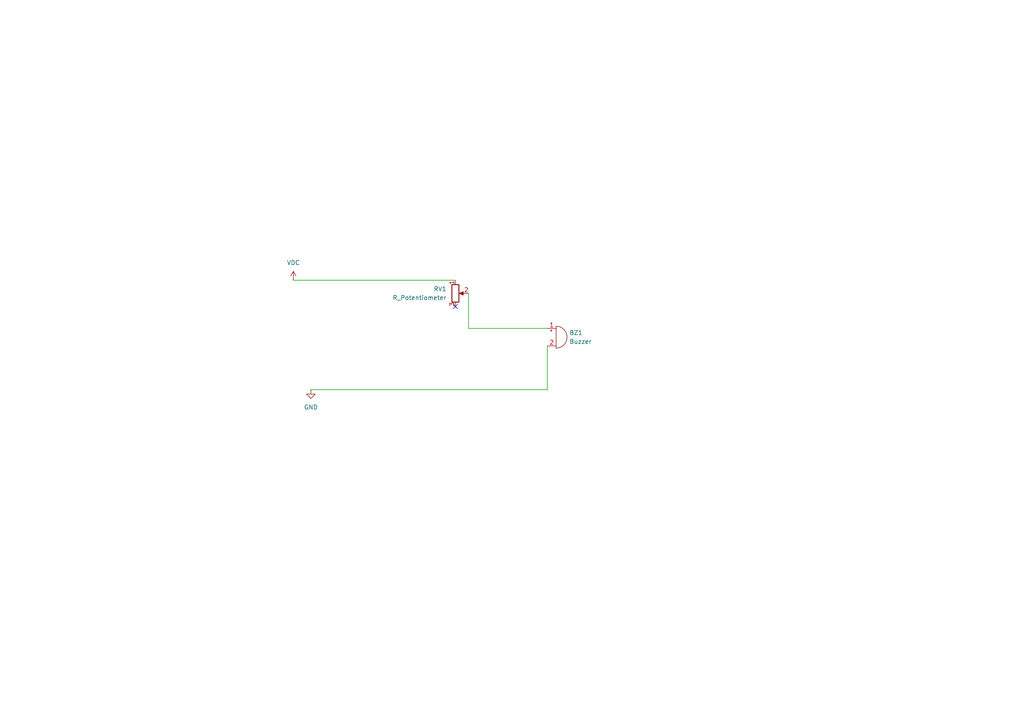
<source format=kicad_sch>
(kicad_sch (version 20231120) (generator "eeschema") (generator_version "8.0")
  (paper "A4")
  (lib_symbols
    (symbol "Device:Buzzer" (pin_names (offset 0.0254) hide)
      (property "Reference" "BZ" (at 3.81 1.27 0))
      (property "Value" "Buzzer" (at 3.81 -1.27 0))
      (symbol "Buzzer_0_1"
        (arc (start 0 -3.175) (mid 3.1612 0) (end 0 3.175))
        (polyline (pts (xy -1.651 1.905) (xy -1.143 1.905)))
        (polyline (pts (xy -1.397 2.159) (xy -1.397 1.651)))
        (polyline (pts (xy 0 3.175) (xy 0 -3.175)))
      )
      (symbol "Buzzer_1_1"
        (pin passive line (at -2.54 2.54 0) (length 2.54) (name "+") (number "1"))
        (pin passive line (at -2.54 -2.54 0) (length 2.54) (name "-") (number "2"))
      )
    )
    (symbol "Device:R_Potentiometer" (pin_names (offset 1.016) hide)
      (property "Reference" "RV" (at -4.445 0 90))
      (property "Value" "R_Potentiometer" (at -2.54 0 90))
      (symbol "R_Potentiometer_0_1"
        (polyline (pts (xy 2.54 0) (xy 1.524 0)))
        (polyline (pts (xy 1.143 0) (xy 2.286 0.508) (xy 2.286 -0.508) (xy 1.143 0)) (fill (type outline)))
        (rectangle (start 1.016 2.54) (end -1.016 -2.54) (stroke (width 0.254)))
      )
      (symbol "R_Potentiometer_1_1"
        (pin passive line (at 0 3.81 270) (length 1.27) (name "1") (number "1"))
        (pin passive line (at 3.81 0 180) (length 1.27) (name "2") (number "2"))
        (pin passive line (at 0 -3.81 90) (length 1.27) (name "3") (number "3"))
      )
    )
    (symbol "power:GND" (power) (pin_numbers hide) (pin_names (offset 0) hide)
      (property "Value" "GND" (at 0 -3.81 0))
      (symbol "GND_0_1"
        (polyline (pts (xy 0 0) (xy 0 -1.27) (xy 1.27 -1.27) (xy 0 -2.54) (xy -1.27 -1.27) (xy 0 -1.27)))
      )
      (symbol "GND_1_1"
        (pin power_in line (at 0 0 270) (length 0) (name "~") (number "1"))
      )
    )
    (symbol "power:VDC" (power) (pin_numbers hide) (pin_names (offset 0) hide)
      (property "Value" "VDC" (at 0 3.556 0))
      (symbol "VDC_0_1"
        (polyline (pts (xy -0.762 1.27) (xy 0 2.54)))
        (polyline (pts (xy 0 0) (xy 0 2.54)))
        (polyline (pts (xy 0 2.54) (xy 0.762 1.27)))
      )
      (symbol "VDC_1_1"
        (pin power_in line (at 0 0 90) (length 0) (name "~") (number "1"))
      )
    )
  )
  (no_connect (at 132.08 88.9))
  (wire (pts (xy 85.09 81.28) (xy 132.08 81.28)))
  (wire (pts (xy 158.75 113.03) (xy 90.17 113.03)))
  (wire (pts (xy 135.89 95.25) (xy 158.75 95.25)))
  (wire (pts (xy 135.89 85.09) (xy 135.89 95.25)))
  (wire (pts (xy 158.75 100.33) (xy 158.75 113.03)))
  (symbol (lib_id "Device:R_Potentiometer") (at 132.08 85.09 0) (unit 1)
    (property "Reference" "RV1" (at 129.54 83.8199 0) (effects (justify right)))
    (property "Value" "R_Potentiometer" (at 129.54 86.3599 0) (effects (justify right)))
    (property "Description" "Potentiometer" (effects (hide yes)))
  )
  (symbol (lib_id "power:GND") (at 90.17 113.03 0) (unit 1)
    (property "Reference" "#PWR02" (effects (hide yes)))
    (property "Value" "GND" (at 90.17 118.11 0))
    (property "Description" "Power symbol creates a global label with name \"GND\" , ground" (effects (hide yes)))
  )
  (symbol (lib_id "Device:Buzzer") (at 161.29 97.79 0) (unit 1)
    (property "Reference" "BZ1" (at 165.1 96.5199 0) (effects (justify left)))
    (property "Value" "Buzzer" (at 165.1 99.0599 0) (effects (justify left)))
    (property "Description" "Buzzer, polarized" (effects (hide yes)))
  )
  (symbol (lib_id "power:VDC") (at 85.09 81.28 0) (unit 1)
    (property "Reference" "#PWR01" (effects (hide yes)))
    (property "Value" "VDC" (at 85.09 76.2 0))
    (property "Description" "Power symbol creates a global label with name \"VDC\"" (effects (hide yes)))
  )
)
</source>
